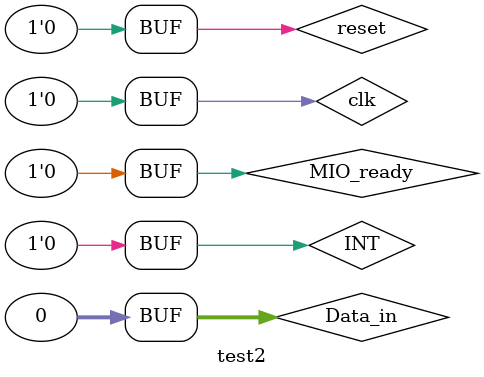
<source format=v>
`timescale 1ns / 1ps


module test2;

	// Inputs
	reg clk;
	reg reset;
	reg MIO_ready;
	reg [31:0] Data_in;
	reg INT;

	// Outputs
	wire [31:0] PC_out;
	wire [31:0] inst_out;
	wire mem_w;
	wire [31:0] Addr_out;
	wire [31:0] Data_out;
	wire CPU_MIO;
	wire [4:0] state;

	// Instantiate the Unit Under Test (UUT)
	Multi_CPU uut (
		.clk(clk), 
		.reset(reset), 
		.MIO_ready(MIO_ready), 
		.PC_out(PC_out), 
		.inst_out(inst_out), 
		.mem_w(mem_w), 
		.Addr_out(Addr_out), 
		.Data_out(Data_out), 
		.Data_in(Data_in), 
		.CPU_MIO(CPU_MIO), 
		.INT(INT), 
		.state(state)
	);

	initial begin
		// Initialize Inputs
		clk = 0;
		reset = 0;
		MIO_ready = 0;
		Data_in = 0;
		INT = 0;

		// Wait 100 ns for global reset to finish
		#100;
        
		// Add stimulus here

	end
      
endmodule


</source>
